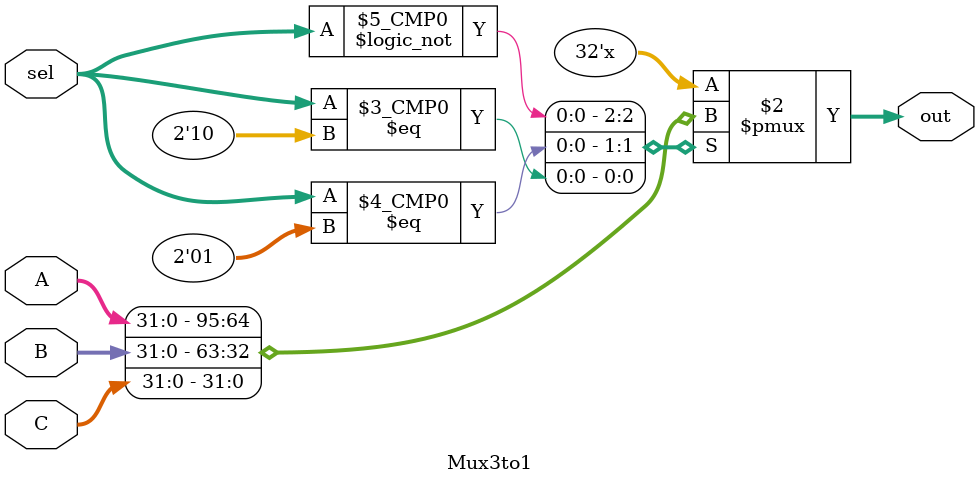
<source format=v>
`timescale 1ns / 1ps


module Mux3to1(sel,A,B,C,out);
input [31:0]A,B,C;
input [1:0]sel;
output reg [31:0]out;
        always@(*)begin 
        case(sel)
        2'd0: out<=A;
        2'd1: out<=B;
        2'd2: out<=C;
        endcase 
        end 
endmodule

</source>
